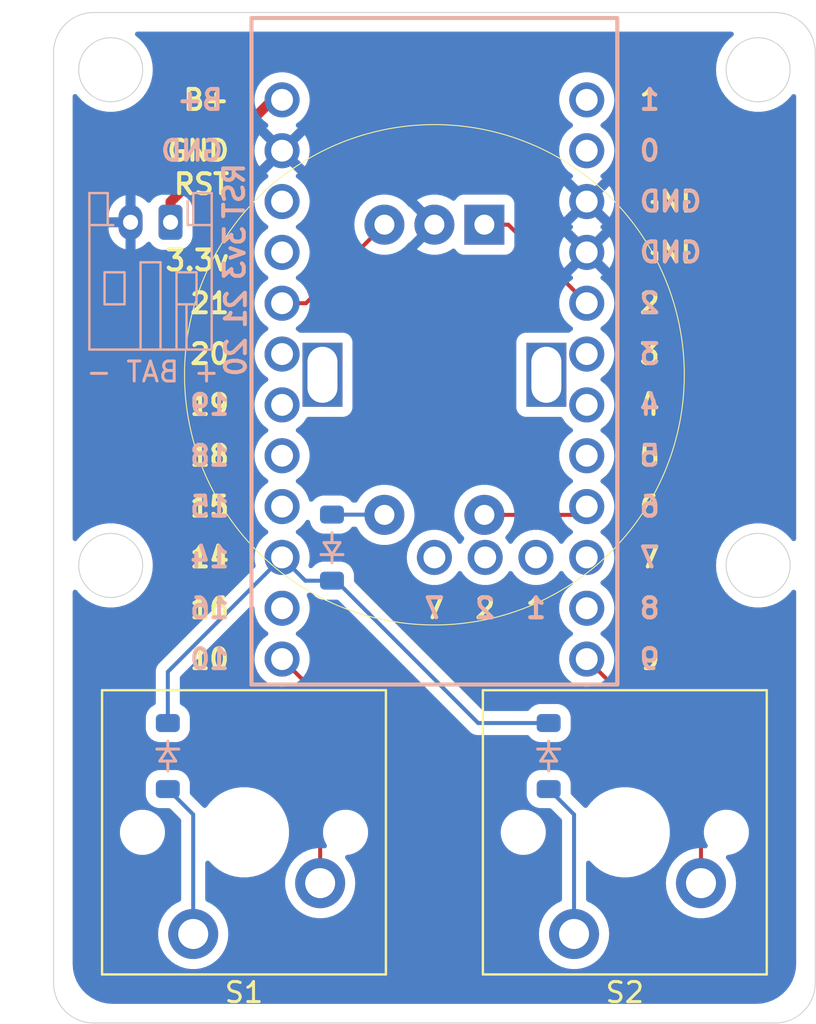
<source format=kicad_pcb>
(kicad_pcb (version 20240108) (generator "pcbnew") (generator_version "8.0")
  (layers (0 "F.Cu" signal) (31 "B.Cu" signal) (34 "B.Paste" user) (35 "F.Paste" user) (36 "B.SilkS" user "B.Silkscreen") (37 "F.SilkS" user "F.Silkscreen") (38 "B.Mask" user) (39 "F.Mask" user) (44 "Edge.Cuts" user))
  (net 0 "")
  (net 1 "GND")
  (net 2 "3V3")
  (net 3 "Net-(J1-Pin_1)")
  (net 15 "Net-(D1-A)")
  (net 16 "row1")
  (net 17 "Net-(D2-A)")
  (net 18 "Net-(D3-A)")
  (net 19 "col1")
  (net 20 "col2")
  (net 21 "rotA")
  (net 22 "rotB")
  (net 23 "col3")
  (footprint "ScottoKeebs_Scotto:Encoder_EC11_MX" (layer "F.Cu") (at 114.935 39.37 -90)
    (property "Reference" "SW1" (hide yes))
    (property "Value" "RotaryEncoder_Switch" (hide yes))
    (pad "A" thru_hole rect (at -7.5 -2.5 270) (size 2 2) (drill 1) (layers "*.Cu" "*.Mask") (net 22 "rotB"))
    (pad "B" thru_hole circle (at -7.5 2.5 270) (size 2 2) (drill 1) (layers "*.Cu" "*.Mask") (net 21 "rotA"))
    (pad "C" thru_hole circle (at -7.5 0 270) (size 2 2) (drill 1) (layers "*.Cu" "*.Mask") (net 1 "GND"))
    (pad "MP" thru_hole rect (at 0 -5.6 270) (size 3.2 2) (drill oval 2.8 1.5) (layers "*.Cu" "*.Mask"))
    (pad "MP" thru_hole rect (at 0 5.6 270) (size 3.2 2) (drill oval 2.8 1.5) (layers "*.Cu" "*.Mask"))
    (pad "S1" thru_hole circle (at 7 2.5 270) (size 2 2) (drill 1) (layers "*.Cu" "*.Mask") (net 18 "Net-(D3-A)"))
    (pad "S2" thru_hole circle (at 7 -2.5 270) (size 2 2) (drill 1) (layers "*.Cu" "*.Mask") (net 23 "col3"))
  )
  (footprint "ScottoKeebs_MX:MX_PCB_1.00u" (layer "F.Cu") (at 105.41 62.23 180)
    (property "Reference" "S1" (at 0 -8 0) (layer "F.SilkS"))
    (property "Value" "Keyswitch")
    (fp_line (start 7.1 7.1) (end 7.1 -7.1) (stroke (width 0.12)) (layer "F.SilkS"))
    (fp_line (start 7.1 -7.1) (end -7.1 -7.1) (stroke (width 0.12)) (layer "F.SilkS"))
    (fp_line (start -7.1 7.1) (end 7.1 7.1) (stroke (width 0.12)) (layer "F.SilkS"))
    (fp_line (start -7.1 -7.1) (end -7.1 7.1) (stroke (width 0.12)) (layer "F.SilkS"))
    (pad "" np_thru_hole circle (at -5.08 0 180) (size 1.75 1.75) (drill 1.75) (layers "*.Cu" "*.Mask"))
    (pad "" np_thru_hole circle (at 0 0 180) (size 4 4) (drill 4) (layers "*.Cu" "*.Mask"))
    (pad "" np_thru_hole circle (at 5.08 0 180) (size 1.75 1.75) (drill 1.75) (layers "*.Cu" "*.Mask"))
    (pad "1" thru_hole circle (at -3.81 -2.54 180) (size 2.5 2.5) (drill 1.5) (layers "*.Cu" "*.Mask") (net 19 "col1"))
    (pad "2" thru_hole circle (at 2.54 -5.08 180) (size 2.5 2.5) (drill 1.5) (layers "*.Cu" "*.Mask") (net 15 "Net-(D1-A)"))
  )
  (footprint "ScottoKeebs_MX:MX_PCB_1.00u" (layer "F.Cu") (at 124.46 62.23 180)
    (property "Reference" "S2" (at 0 -8 0) (layer "F.SilkS"))
    (property "Value" "Keyswitch")
    (fp_line (start 7.1 7.1) (end 7.1 -7.1) (stroke (width 0.12)) (layer "F.SilkS"))
    (fp_line (start 7.1 -7.1) (end -7.1 -7.1) (stroke (width 0.12)) (layer "F.SilkS"))
    (fp_line (start -7.1 7.1) (end 7.1 7.1) (stroke (width 0.12)) (layer "F.SilkS"))
    (fp_line (start -7.1 -7.1) (end -7.1 7.1) (stroke (width 0.12)) (layer "F.SilkS"))
    (pad "" np_thru_hole circle (at -5.08 0 180) (size 1.75 1.75) (drill 1.75) (layers "*.Cu" "*.Mask"))
    (pad "" np_thru_hole circle (at 0 0 180) (size 4 4) (drill 4) (layers "*.Cu" "*.Mask"))
    (pad "" np_thru_hole circle (at 5.08 0 180) (size 1.75 1.75) (drill 1.75) (layers "*.Cu" "*.Mask"))
    (pad "1" thru_hole circle (at -3.81 -2.54 180) (size 2.5 2.5) (drill 1.5) (layers "*.Cu" "*.Mask") (net 20 "col2"))
    (pad "2" thru_hole circle (at 2.54 -5.08 180) (size 2.5 2.5) (drill 1.5) (layers "*.Cu" "*.Mask") (net 17 "Net-(D2-A)"))
  )
  (footprint "Connector_JST:JST_PH_S2B-PH-K_1x02_P2.00mm_Horizontal" (layer "B.Cu") (at 101.735086 31.75 180)
    (property "Reference" "+ BAT -" (at 0.888247 -7.474853 0) (layer "B.SilkS") (effects (justify mirror)))
    (property "Value" "Conn_01x02_Socket")
    (fp_line (start 4.06 1.46) (end 4.06 -6.36) (stroke (width 0.12)) (layer "B.SilkS"))
    (fp_line (start 4.06 -6.36) (end -2.06 -6.36) (stroke (width 0.12)) (layer "B.SilkS"))
    (fp_line (start 3.3 -2.5) (end 2.3 -2.5) (stroke (width 0.12)) (layer "B.SilkS"))
    (fp_line (start 3.3 -4.1) (end 3.3 -2.5) (stroke (width 0.12)) (layer "B.SilkS"))
    (fp_line (start 3.14 1.46) (end 4.06 1.46) (stroke (width 0.12)) (layer "B.SilkS"))
    (fp_line (start 3.14 -0.14) (end 4.06 -0.14) (stroke (width 0.12)) (layer "B.SilkS"))
    (fp_line (start 3.14 -0.14) (end 3.14 1.46) (stroke (width 0.12)) (layer "B.SilkS"))
    (fp_line (start 2.86 -0.14) (end 3.14 -0.14) (stroke (width 0.12)) (layer "B.SilkS"))
    (fp_line (start 2.3 -2.5) (end 2.3 -4.1) (stroke (width 0.12)) (layer "B.SilkS"))
    (fp_line (start 2.3 -4.1) (end 3.3 -4.1) (stroke (width 0.12)) (layer "B.SilkS"))
    (fp_line (start 1.5 -2) (end 0.5 -2) (stroke (width 0.12)) (layer "B.SilkS"))
    (fp_line (start 1.5 -6.36) (end 1.5 -2) (stroke (width 0.12)) (layer "B.SilkS"))
    (fp_line (start 0.5 -2) (end 0.5 -6.36) (stroke (width 0.12)) (layer "B.SilkS"))
    (fp_line (start -0.3 -2.5) (end -0.3 -4.1) (stroke (width 0.12)) (layer "B.SilkS"))
    (fp_line (start -0.3 -4.1) (end -1.3 -4.1) (stroke (width 0.12)) (layer "B.SilkS"))
    (fp_line (start -0.3 -6.36) (end -0.3 -4.1) (stroke (width 0.12)) (layer "B.SilkS"))
    (fp_line (start -0.8 -6.36) (end -0.8 -4.1) (stroke (width 0.12)) (layer "B.SilkS"))
    (fp_line (start -0.86 1.075) (end -0.86 -0.14) (stroke (width 0.12)) (layer "B.SilkS"))
    (fp_line (start -1.14 1.46) (end -1.14 -0.14) (stroke (width 0.12)) (layer "B.SilkS"))
    (fp_line (start -1.14 -0.14) (end -0.86 -0.14) (stroke (width 0.12)) (layer "B.SilkS"))
    (fp_line (start -1.14 -0.14) (end -2.06 -0.14) (stroke (width 0.12)) (layer "B.SilkS"))
    (fp_line (start -1.3 -2.5) (end -0.3 -2.5) (stroke (width 0.12)) (layer "B.SilkS"))
    (fp_line (start -1.3 -4.1) (end -1.3 -2.5) (stroke (width 0.12)) (layer "B.SilkS"))
    (fp_line (start -2.06 1.46) (end -1.14 1.46) (stroke (width 0.12)) (layer "B.SilkS"))
    (fp_line (start -2.06 -6.36) (end -2.06 1.46) (stroke (width 0.12)) (layer "B.SilkS"))
    (pad "1" thru_hole roundrect (at 0 0 180) (size 1.2 1.75) (drill 0.75) (layers "*.Cu" "*.Mask") (roundrect_rratio 0.208333) (net 3 "Net-(J1-Pin_1)"))
    (pad "2" thru_hole oval (at 2 0 180) (size 1.2 1.75) (drill 0.75) (layers "*.Cu" "*.Mask") (net 1 "GND"))
  )
  (footprint "ScottoKeebs_MCU:Nice_Nano_V2" (layer "B.Cu") (at 114.935 39.325 180)
    (property "Reference" "U1" (hide yes))
    (property "Value" "Nice_Nano_V2" (hide yes))
    (fp_line (start 9.15 -15.52) (end 9.15 17.78) (stroke (width 0.2)) (layer "B.SilkS"))
    (fp_line (start -9.15 17.78) (end 9.15 17.78) (stroke (width 0.2)) (layer "B.SilkS"))
    (fp_line (start -9.15 -15.52) (end 9.15 -15.52) (stroke (width 0.2)) (layer "B.SilkS"))
    (fp_line (start -9.15 -15.52) (end -9.15 17.78) (stroke (width 0.2)) (layer "B.SilkS"))
    (fp_line (start 9.15 17.78) (end 9.15 -15.52) (stroke (width 0.2)) (layer "F.SilkS"))
    (fp_line (start -9.15 17.78) (end 9.15 17.78) (stroke (width 0.2)) (layer "F.SilkS"))
    (fp_line (start -9.15 17.78) (end -9.15 -15.52) (stroke (width 0.2)) (layer "F.SilkS"))
    (fp_line (start -9.15 -15.52) (end 9.15 -15.52) (stroke (width 0.2)) (layer "F.SilkS"))
    (fp_text user "1" (at -10.16 13.69 0) (layer "B.SilkS") (effects (font (thickness 0.2) (bold yes)) (justify right mirror)))
    (fp_text user "21" (at 9.933817 4.326051 90) (layer "B.SilkS") (effects (font (thickness 0.2) (bold yes)) (justify left mirror)))
    (fp_text user "16" (at 10.16 -11.71 0) (layer "B.SilkS") (effects (font (thickness 0.2) (bold yes)) (justify left mirror)))
    (fp_text user "0" (at -10.16 11.15 0) (layer "B.SilkS") (effects (font (thickness 0.2) (bold yes)) (justify right mirror)))
    (fp_text user "15" (at 10.16 -6.63 0) (layer "B.SilkS") (effects (font (thickness 0.2) (bold yes)) (justify left mirror)))
    (fp_text user "9" (at -10.16 -14.25 0) (layer "B.SilkS") (effects (font (thickness 0.2) (bold yes)) (justify right mirror)))
    (fp_text user "10" (at 10.16 -14.25 0) (layer "B.SilkS") (effects (font (thickness 0.2) (bold yes)) (justify left mirror)))
    (fp_text user "GND" (at 10.4775 11.15 0) (layer "B.SilkS") (effects (font (thickness 0.2) (bold yes)) (justify left mirror)))
    (fp_text user "14" (at 10.16 -9.17 0) (layer "B.SilkS") (effects (font (thickness 0.2) (bold yes)) (justify left mirror)))
    (fp_text user "6" (at -10.16 -6.63 0) (layer "B.SilkS") (effects (font (thickness 0.2) (bold yes)) (justify right mirror)))
    (fp_text user "19" (at 10.16 -1.55 0) (layer "B.SilkS") (effects (font (thickness 0.2) (bold yes)) (justify left mirror)))
    (fp_text user "4" (at -10.16 -1.55 0) (layer "B.SilkS") (effects (font (thickness 0.2) (bold yes)) (justify right mirror)))
    (fp_text user "1" (at -5.08 -11.71 0) (layer "B.SilkS") (effects (font (thickness 0.2) (bold yes)) (justify mirror)))
    (fp_text user "2" (at -10.16 3.53 0) (layer "B.SilkS") (effects (font (thickness 0.2) (bold yes)) (justify right mirror)))
    (fp_text user "5" (at -10.16 -4.09 0) (layer "B.SilkS") (effects (font (thickness 0.2) (bold yes)) (justify right mirror)))
    (fp_text user "RST" (at 10.018291 10.63342 90) (layer "B.SilkS") (effects (font (thickness 0.2) (bold yes)) (justify left mirror)))
    (fp_text user "3" (at -10.16 0.99 0) (layer "B.SilkS") (effects (font (thickness 0.2) (bold yes)) (justify right mirror)))
    (fp_text user "GND" (at -10.16 6.07 0) (layer "B.SilkS") (effects (font (thickness 0.2) (bold yes)) (justify right mirror)))
    (fp_text user "8" (at -10.16 -11.71 0) (layer "B.SilkS") (effects (font (thickness 0.2) (bold yes)) (justify right mirror)))
    (fp_text user "2" (at -2.54 -11.71 0) (layer "B.SilkS") (effects (font (thickness 0.2) (bold yes)) (justify mirror)))
    (fp_text user "18" (at 10.16 -4.09 0) (layer "B.SilkS") (effects (font (thickness 0.2) (bold yes)) (justify left mirror)))
    (fp_text user "7" (at 0 -11.709998 0) (layer "B.SilkS") (effects (font (thickness 0.2) (bold yes)) (justify mirror)))
    (fp_text user "20" (at 9.933817 1.932629 90) (layer "B.SilkS") (effects (font (thickness 0.2) (bold yes)) (justify left mirror)))
    (fp_text user "B+" (at 10.4775 13.69 0) (layer "B.SilkS") (effects (font (thickness 0.2) (bold yes)) (justify left mirror)))
    (fp_text user "7" (at -10.16 -9.17 0) (layer "B.SilkS") (effects (font (thickness 0.2) (bold yes)) (justify right mirror)))
    (fp_text user "GND" (at -10.16 8.61 0) (layer "B.SilkS") (effects (font (thickness 0.2) (bold yes)) (justify right mirror)))
    (fp_text user "3v3" (at 9.990133 7.507893 90) (layer "B.SilkS") (effects (font (thickness 0.2) (bold yes)) (justify left mirror)))
    (fp_text user "9" (at -10.16 -14.25 0) (layer "F.SilkS") (effects (font (thickness 0.2) (bold yes)) (justify left)))
    (fp_text user "6" (at -10.16 -6.63 0) (layer "F.SilkS") (effects (font (thickness 0.2) (bold yes)) (justify left)))
    (fp_text user "18" (at 10.16 -4.09 0) (layer "F.SilkS") (effects (font (thickness 0.2) (bold yes)) (justify right)))
    (fp_text user "2" (at -2.54 -11.71 0) (layer "F.SilkS") (effects (font (thickness 0.2) (bold yes))))
    (fp_text user "20" (at 10.16 0.99 0) (layer "F.SilkS") (effects (font (thickness 0.2) (bold yes)) (justify right)))
    (fp_text user "7" (at 0 -11.709998 0) (layer "F.SilkS") (effects (font (thickness 0.2) (bold yes))))
    (fp_text user "14" (at 10.16 -9.17 0) (layer "F.SilkS") (effects (font (thickness 0.2) (bold yes)) (justify right)))
    (fp_text user "21" (at 10.16 3.53 0) (layer "F.SilkS") (effects (font (thickness 0.2) (bold yes)) (justify right)))
    (fp_text user "2" (at -10.16 3.53 0) (layer "F.SilkS") (effects (font (thickness 0.2) (bold yes)) (justify left)))
    (fp_text user "0" (at -10.16 11.15 0) (layer "F.SilkS") (effects (font (thickness 0.2) (bold yes)) (justify left)))
    (fp_text user "GND" (at -10.16 8.61 0) (layer "F.SilkS") (effects (font (thickness 0.2) (bold yes)) (justify left)))
    (fp_text user "RST" (at 10.16 9.48 0) (layer "F.SilkS") (effects (font (thickness 0.2) (bold yes)) (justify right)))
    (fp_text user "B+" (at 10.16 13.69 0) (layer "F.SilkS") (effects (font (thickness 0.2) (bold yes)) (justify right)))
    (fp_text user "1" (at -5.08 -11.71 0) (layer "F.SilkS") (effects (font (thickness 0.2) (bold yes))))
    (fp_text user "GND" (at 10.16 11.15 0) (layer "F.SilkS") (effects (font (thickness 0.2) (bold yes)) (justify right)))
    (fp_text user "8" (at -10.16 -11.71 0) (layer "F.SilkS") (effects (font (thickness 0.2) (bold yes)) (justify left)))
    (fp_text user "3" (at -10.16 0.99 0) (layer "F.SilkS") (effects (font (thickness 0.2) (bold yes)) (justify left)))
    (fp_text user "GND" (at -10.16 6.07 0) (layer "F.SilkS") (effects (font (thickness 0.2) (bold yes)) (justify left)))
    (fp_text user "16" (at 10.16 -11.71 0) (layer "F.SilkS") (effects (font (thickness 0.2) (bold yes)) (justify right)))
    (fp_text user "7" (at -10.16 -9.17 0) (layer "F.SilkS") (effects (font (thickness 0.2) (bold yes)) (justify left)))
    (fp_text user "3.3v" (at 10.16 5.67 0) (layer "F.SilkS") (effects (font (thickness 0.2) (bold yes)) (justify right)))
    (fp_text user "1" (at -10.16 13.69 0) (layer "F.SilkS") (effects (font (thickness 0.2) (bold yes)) (justify left)))
    (fp_text user "10" (at 10.16 -14.25 0) (layer "F.SilkS") (effects (font (thickness 0.2) (bold yes)) (justify right)))
    (fp_text user "4" (at -10.16 -1.55 0) (layer "F.SilkS") (effects (font (thickness 0.2) (bold yes)) (justify left)))
    (fp_text user "15" (at 10.16 -6.63 0) (layer "F.SilkS") (effects (font (thickness 0.2) (bold yes)) (justify right)))
    (fp_text user "19" (at 10.16 -1.55 0) (layer "F.SilkS") (effects (font (thickness 0.2) (bold yes)) (justify right)))
    (fp_text user "5" (at -10.16 -4.09 0) (layer "F.SilkS") (effects (font (thickness 0.2) (bold yes)) (justify left)))
    (pad "1" thru_hole circle (at -7.62 13.69 270) (size 1.7526 1.7526) (drill 1.0922) (layers "*.Cu" "*.Mask"))
    (pad "2" thru_hole circle (at -7.62 11.15 270) (size 1.7526 1.7526) (drill 1.0922) (layers "*.Cu" "*.Mask"))
    (pad "3" thru_hole circle (at -7.62 8.61 270) (size 1.7526 1.7526) (drill 1.0922) (layers "*.Cu" "*.Mask") (net 1 "GND"))
    (pad "4" thru_hole circle (at -7.62 6.07 270) (size 1.7526 1.7526) (drill 1.0922) (layers "*.Cu" "*.Mask") (net 1 "GND"))
    (pad "5" thru_hole circle (at -7.62 3.53 270) (size 1.7526 1.7526) (drill 1.0922) (layers "*.Cu" "*.Mask") (net 22 "rotB"))
    (pad "6" thru_hole circle (at -7.62 0.99 270) (size 1.7526 1.7526) (drill 1.0922) (layers "*.Cu" "*.Mask"))
    (pad "7" thru_hole circle (at -7.62 -1.55 270) (size 1.7526 1.7526) (drill 1.0922) (layers "*.Cu" "*.Mask"))
    (pad "8" thru_hole circle (at -7.62 -4.09 270) (size 1.7526 1.7526) (drill 1.0922) (layers "*.Cu" "*.Mask"))
    (pad "9" thru_hole circle (at -7.62 -6.63 270) (size 1.7526 1.7526) (drill 1.0922) (layers "*.Cu" "*.Mask") (net 23 "col3"))
    (pad "10" thru_hole circle (at -7.62 -9.17 270) (size 1.7526 1.7526) (drill 1.0922) (layers "*.Cu" "*.Mask"))
    (pad "11" thru_hole circle (at -7.62 -11.71 270) (size 1.7526 1.7526) (drill 1.0922) (layers "*.Cu" "*.Mask"))
    (pad "12" thru_hole circle (at -7.62 -14.25 270) (size 1.7526 1.7526) (drill 1.0922) (layers "*.Cu" "*.Mask") (net 20 "col2"))
    (pad "13" thru_hole circle (at 7.62 -14.25 270) (size 1.7526 1.7526) (drill 1.0922) (layers "*.Cu" "*.Mask") (net 19 "col1"))
    (pad "14" thru_hole circle (at 7.62 -11.71 270) (size 1.7526 1.7526) (drill 1.0922) (layers "*.Cu" "*.Mask"))
    (pad "15" thru_hole circle (at 7.62 -9.17 270) (size 1.7526 1.7526) (drill 1.0922) (layers "*.Cu" "*.Mask") (net 16 "row1"))
    (pad "16" thru_hole circle (at 7.62 -6.63 270) (size 1.7526 1.7526) (drill 1.0922) (layers "*.Cu" "*.Mask"))
    (pad "17" thru_hole circle (at 7.62 -4.09 270) (size 1.7526 1.7526) (drill 1.0922) (layers "*.Cu" "*.Mask"))
    (pad "18" thru_hole circle (at 7.62 -1.55 270) (size 1.7526 1.7526) (drill 1.0922) (layers "*.Cu" "*.Mask"))
    (pad "19" thru_hole circle (at 7.62 0.99 270) (size 1.7526 1.7526) (drill 1.0922) (layers "*.Cu" "*.Mask"))
    (pad "20" thru_hole circle (at 7.62 3.53 270) (size 1.7526 1.7526) (drill 1.0922) (layers "*.Cu" "*.Mask") (net 21 "rotA"))
    (pad "21" thru_hole circle (at 7.62 6.07 270) (size 1.7526 1.7526) (drill 1.0922) (layers "*.Cu" "*.Mask") (net 2 "3V3"))
    (pad "22" thru_hole circle (at 7.62 8.61 270) (size 1.7526 1.7526) (drill 1.0922) (layers "*.Cu" "*.Mask"))
    (pad "23" thru_hole circle (at 7.62 11.15 270) (size 1.7526 1.7526) (drill 1.0922) (layers "*.Cu" "*.Mask") (net 1 "GND"))
    (pad "24" thru_hole circle (at 7.62 13.69 270) (size 1.7526 1.7526) (drill 1.0922) (layers "*.Cu" "*.Mask") (net 3 "Net-(J1-Pin_1)"))
    (pad "25" thru_hole circle (at -5.08 -9.17 180) (size 1.7526 1.7526) (drill 1.0922) (layers "*.Cu" "*.Mask"))
    (pad "26" thru_hole circle (at -2.54 -9.17 180) (size 1.7526 1.7526) (drill 1.0922) (layers "*.Cu" "*.Mask"))
    (pad "27" thru_hole circle (at 0 -9.17 180) (size 1.7526 1.7526) (drill 1.0922) (layers "*.Cu" "*.Mask"))
  )
  (footprint "ScottoKeebs_Components:Diode_SOD-123" (layer "B.Cu") (at 120.65 58.42 -90)
    (property "Reference" "D2" (hide yes))
    (property "Value" "Diode")
    (fp_line (start -0.35 0.55) (end -0.35 0) (stroke (width 0.15)) (layer "B.SilkS"))
    (fp_line (start 0.25 0.4) (end -0.35 0) (stroke (width 0.15)) (layer "B.SilkS"))
    (fp_line (start -0.35 0) (end -0.75 0) (stroke (width 0.15)) (layer "B.SilkS"))
    (fp_line (start -0.35 0) (end 0.25 -0.4) (stroke (width 0.15)) (layer "B.SilkS"))
    (fp_line (start 0.75 0) (end 0.25 0) (stroke (width 0.15)) (layer "B.SilkS"))
    (fp_line (start 0.25 -0.4) (end 0.25 0.4) (stroke (width 0.15)) (layer "B.SilkS"))
    (fp_line (start -0.35 -0.55) (end -0.35 0) (stroke (width 0.15)) (layer "B.SilkS"))
    (pad "1" smd roundrect (at -1.65 0 270) (size 0.9 1.2) (layers "B.Cu" "B.Paste" "B.Mask") (net 16 "row1"))
    (pad "2" smd roundrect (at 1.65 0 270) (size 0.9 1.2) (layers "B.Cu" "B.Paste" "B.Mask") (net 17 "Net-(D2-A)"))
  )
  (footprint "ScottoKeebs_Components:Diode_SOD-123" (layer "B.Cu") (at 101.6 58.42 -90)
    (property "Reference" "D1" (hide yes))
    (property "Value" "Diode")
    (fp_line (start -0.35 0.55) (end -0.35 0) (stroke (width 0.15)) (layer "B.SilkS"))
    (fp_line (start 0.25 0.4) (end -0.35 0) (stroke (width 0.15)) (layer "B.SilkS"))
    (fp_line (start -0.35 0) (end -0.75 0) (stroke (width 0.15)) (layer "B.SilkS"))
    (fp_line (start -0.35 0) (end 0.25 -0.4) (stroke (width 0.15)) (layer "B.SilkS"))
    (fp_line (start 0.75 0) (end 0.25 0) (stroke (width 0.15)) (layer "B.SilkS"))
    (fp_line (start 0.25 -0.4) (end 0.25 0.4) (stroke (width 0.15)) (layer "B.SilkS"))
    (fp_line (start -0.35 -0.55) (end -0.35 0) (stroke (width 0.15)) (layer "B.SilkS"))
    (pad "1" smd roundrect (at -1.65 0 270) (size 0.9 1.2) (layers "B.Cu" "B.Paste" "B.Mask") (net 16 "row1"))
    (pad "2" smd roundrect (at 1.65 0 270) (size 0.9 1.2) (layers "B.Cu" "B.Paste" "B.Mask") (net 15 "Net-(D1-A)"))
  )
  (footprint "ScottoKeebs_Components:Diode_SOD-123" (layer "B.Cu") (at 109.810964 48.005073 90)
    (property "Reference" "D3" (hide yes))
    (property "Value" "Diode")
    (fp_line (start -0.35 -0.55) (end -0.35 0) (stroke (width 0.15)) (layer "B.SilkS"))
    (fp_line (start 0.25 -0.4) (end 0.25 0.4) (stroke (width 0.15)) (layer "B.SilkS"))
    (fp_line (start 0.75 0) (end 0.25 0) (stroke (width 0.15)) (layer "B.SilkS"))
    (fp_line (start -0.35 0) (end 0.25 -0.4) (stroke (width 0.15)) (layer "B.SilkS"))
    (fp_line (start -0.35 0) (end -0.75 0) (stroke (width 0.15)) (layer "B.SilkS"))
    (fp_line (start 0.25 0.4) (end -0.35 0) (stroke (width 0.15)) (layer "B.SilkS"))
    (fp_line (start -0.35 0.55) (end -0.35 0) (stroke (width 0.15)) (layer "B.SilkS"))
    (pad "1" smd roundrect (at -1.65 0 90) (size 0.9 1.2) (layers "B.Cu" "B.Paste" "B.Mask") (net 16 "row1"))
    (pad "2" smd roundrect (at 1.65 0 90) (size 0.9 1.2) (layers "B.Cu" "B.Paste" "B.Mask") (net 18 "Net-(D3-A)"))
  )
  (gr_circle (center 114.935 39.37) (end 114.935 26.87) (stroke (width 0.05)) (fill none) (layer "F.SilkS"))
  (gr_circle (center 131.1275 48.895) (end 132.7275 48.895) (stroke (width 0.05)) (fill none) (layer "Edge.Cuts"))
  (gr_line (start 131.985 71.755) (end 97.885 71.755) (stroke (width 0.05)) (layer "Edge.Cuts"))
  (gr_arc (start 97.885 71.755) (mid 96.470786 71.169214) (end 95.885 69.755) (stroke (width 0.05)) (layer "Edge.Cuts"))
  (gr_arc (start 133.985 69.755) (mid 133.399214 71.169214) (end 131.985 71.755) (stroke (width 0.05)) (layer "Edge.Cuts"))
  (gr_circle (center 98.7425 48.895) (end 100.3425 48.895) (stroke (width 0.05)) (fill none) (layer "Edge.Cuts"))
  (gr_line (start 95.885 69.755) (end 95.885 23.2725) (stroke (width 0.05)) (layer "Edge.Cuts"))
  (gr_line (start 133.985 23.2725) (end 133.985 69.755) (stroke (width 0.05)) (layer "Edge.Cuts"))
  (gr_arc (start 131.985 21.2725) (mid 133.399214 21.858286) (end 133.985 23.2725) (stroke (width 0.05)) (layer "Edge.Cuts"))
  (gr_circle (center 98.7425 24.13) (end 100.3425 24.13) (stroke (width 0.05)) (fill none) (layer "Edge.Cuts"))
  (gr_arc (start 95.885 23.2725) (mid 96.470786 21.858286) (end 97.885 21.2725) (stroke (width 0.05)) (layer "Edge.Cuts"))
  (gr_circle (center 131.1275 24.13) (end 132.7275 24.13) (stroke (width 0.05)) (fill none) (layer "Edge.Cuts"))
  (gr_line (start 97.885 21.2725) (end 131.985 21.2725) (stroke (width 0.05)) (layer "Edge.Cuts"))
  (segment (start 101.735086 31.75) (end 101.735086 30.729957) (width 0.5) (layer "F.Cu") (net 3))
  (segment (start 106.830043 25.635) (end 107.315 25.635) (width 0.5) (layer "F.Cu") (net 3))
  (segment (start 101.735086 30.729957) (end 106.830043 25.635) (width 0.5) (layer "F.Cu") (net 3))
  (segment (start 102.87 61.34) (end 101.6 60.07) (width 0.2) (layer "B.Cu") (net 15))
  (segment (start 102.87 67.31) (end 102.87 61.34) (width 0.2) (layer "B.Cu") (net 15))
  (segment (start 110.013289 49.6579) (end 108.4779 49.6579) (width 0.2) (layer "B.Cu") (net 16))
  (segment (start 117.125389 56.77) (end 110.013289 49.6579) (width 0.2) (layer "B.Cu") (net 16))
  (segment (start 108.4779 49.6579) (end 107.315 48.495) (width 0.2) (layer "B.Cu") (net 16))
  (segment (start 101.6 56.77) (end 101.6 54.21) (width 0.2) (layer "B.Cu") (net 16))
  (segment (start 101.6 54.21) (end 107.315 48.495) (width 0.2) (layer "B.Cu") (net 16))
  (segment (start 120.65 56.77) (end 117.125389 56.77) (width 0.2) (layer "B.Cu") (net 16))
  (segment (start 121.92 67.31) (end 121.92 61.34) (width 0.2) (layer "B.Cu") (net 17))
  (segment (start 121.92 61.34) (end 120.65 60.07) (width 0.2) (layer "B.Cu") (net 17))
  (segment (start 112.4229 46.3579) (end 112.435 46.37) (width 0.2) (layer "B.Cu") (net 18))
  (segment (start 110.013289 46.3579) (end 112.4229 46.3579) (width 0.2) (layer "B.Cu") (net 18))
  (segment (start 109.22 64.77) (end 109.22 55.48) (width 0.2) (layer "F.Cu") (net 19))
  (segment (start 109.22 55.48) (end 107.315 53.575) (width 0.2) (layer "F.Cu") (net 19))
  (segment (start 128.27 59.29) (end 122.555 53.575) (width 0.2) (layer "F.Cu") (net 20))
  (segment (start 128.27 64.77) (end 128.27 59.29) (width 0.2) (layer "F.Cu") (net 20))
  (segment (start 112.435 31.87) (end 108.51 35.795) (width 0.2) (layer "F.Cu") (net 21))
  (segment (start 108.51 35.795) (end 107.315 35.795) (width 0.2) (layer "F.Cu") (net 21))
  (segment (start 117.435 31.87) (end 118.63 31.87) (width 0.2) (layer "F.Cu") (net 22))
  (segment (start 118.63 31.87) (end 122.555 35.795) (width 0.2) (layer "F.Cu") (net 22))
  (segment (start 122.14 46.37) (end 122.555 45.955) (width 0.2) (layer "F.Cu") (net 23))
  (segment (start 117.435 46.37) (end 122.14 46.37) (width 0.2) (layer "F.Cu") (net 23))
  (zone (net 1) (net_name "GND") (layer "B.Cu") (connect_pads (clearance 0.5)) (min_thickness 0.25) (fill yes (thermal_gap 0.5) (thermal_bridge_width 0.5) (smoothing fillet) (radius 2))
    (polygon (pts (xy 96.8375 70.8025) (xy 133.0325 70.8025) (xy 133.0325 22.225) (xy 96.8375 22.225)))
  )
)
</source>
